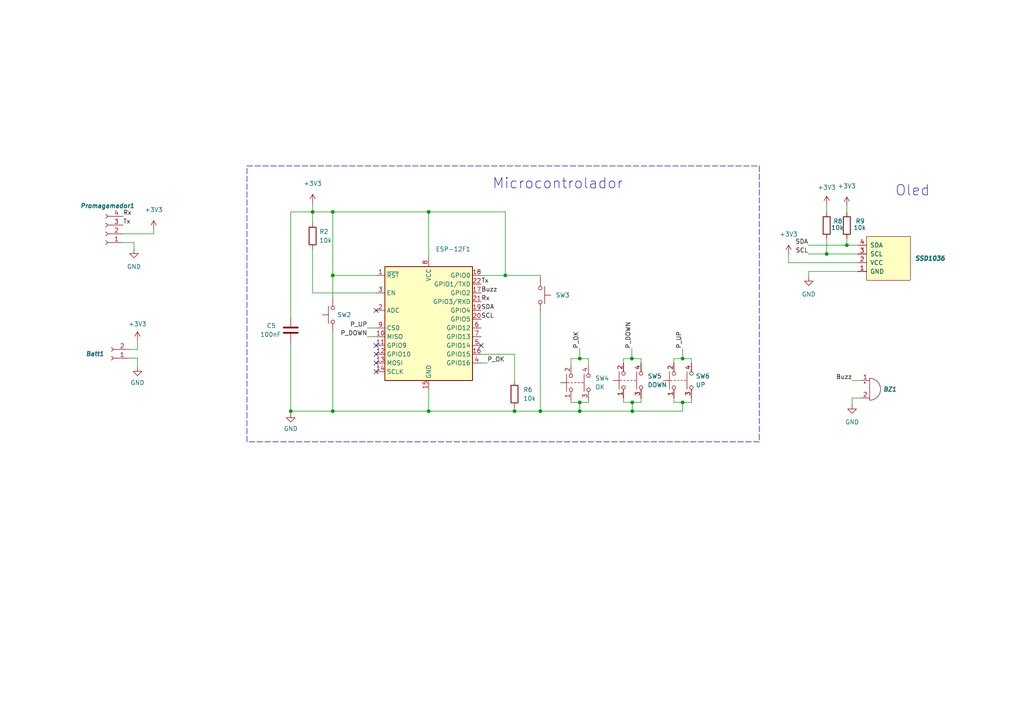
<source format=kicad_sch>
(kicad_sch (version 20211123) (generator eeschema)
  (paper "A4")
  (lib_symbols
    (symbol "Connector:Conn_01x02_Female" (pin_names (offset 1.016) hide)
      (property "Reference" "J" (at 0 2.54 0))
      (property "Value" "Conn_01x02_Female" (at 0 -5.08 0))
      (symbol "Conn_01x02_Female_1_1"
        (arc (start 0 -2.032) (mid -0.508 -2.54) (end 0 -3.048) (stroke (width 0.1524)))
        (polyline (pts (xy -1.27 -2.54) (xy -0.508 -2.54)) (stroke (width 0.1524)))
        (polyline (pts (xy -1.27 0) (xy -0.508 0)) (stroke (width 0.1524)))
        (arc (start 0 0.508) (mid -0.508 0) (end 0 -0.508) (stroke (width 0.1524)))
        (pin passive line (at -5.08 0 0) (length 3.81) (name "Pin_1") (number "1"))
        (pin passive line (at -5.08 -2.54 0) (length 3.81) (name "Pin_2") (number "2"))
      )
    )
    (symbol "Connector:Conn_01x04_Female" (pin_names (offset 1.016) hide)
      (property "Reference" "J" (at 0 5.08 0))
      (property "Value" "Conn_01x04_Female" (at 0 -7.62 0))
      (symbol "Conn_01x04_Female_1_1"
        (arc (start 0 -4.572) (mid -0.508 -5.08) (end 0 -5.588) (stroke (width 0.1524)))
        (arc (start 0 -2.032) (mid -0.508 -2.54) (end 0 -3.048) (stroke (width 0.1524)))
        (polyline (pts (xy -1.27 -5.08) (xy -0.508 -5.08)) (stroke (width 0.1524)))
        (polyline (pts (xy -1.27 -2.54) (xy -0.508 -2.54)) (stroke (width 0.1524)))
        (polyline (pts (xy -1.27 0) (xy -0.508 0)) (stroke (width 0.1524)))
        (polyline (pts (xy -1.27 2.54) (xy -0.508 2.54)) (stroke (width 0.1524)))
        (arc (start 0 0.508) (mid -0.508 0) (end 0 -0.508) (stroke (width 0.1524)))
        (arc (start 0 3.048) (mid -0.508 2.54) (end 0 2.032) (stroke (width 0.1524)))
        (pin passive line (at -5.08 2.54 0) (length 3.81) (name "Pin_1") (number "1"))
        (pin passive line (at -5.08 0 0) (length 3.81) (name "Pin_2") (number "2"))
        (pin passive line (at -5.08 -2.54 0) (length 3.81) (name "Pin_3") (number "3"))
        (pin passive line (at -5.08 -5.08 0) (length 3.81) (name "Pin_4") (number "4"))
      )
    )
    (symbol "Device:Buzzer" (pin_names (offset 0.0254) hide)
      (property "Reference" "BZ" (at 3.81 1.27 0))
      (property "Value" "Buzzer" (at 3.81 -1.27 0))
      (symbol "Buzzer_0_1"
        (arc (start 0 -3.175) (mid 3.175 0) (end 0 3.175))
        (polyline (pts (xy -1.651 1.905) (xy -1.143 1.905)))
        (polyline (pts (xy -1.397 2.159) (xy -1.397 1.651)))
        (polyline (pts (xy 0 3.175) (xy 0 -3.175)))
      )
      (symbol "Buzzer_1_1"
        (pin passive line (at -2.54 2.54 0) (length 2.54) (name "-") (number "1"))
        (pin passive line (at -2.54 -2.54 0) (length 2.54) (name "+") (number "2"))
      )
    )
    (symbol "Device:C" (pin_numbers hide) (pin_names (offset 0.254))
      (property "Reference" "C" (at 0.635 2.54 0))
      (property "Value" "C" (at 0.635 -2.54 0))
      (symbol "C_0_1"
        (polyline (pts (xy -2.032 -0.762) (xy 2.032 -0.762)) (stroke (width 0.508)))
        (polyline (pts (xy -2.032 0.762) (xy 2.032 0.762)) (stroke (width 0.508)))
      )
      (symbol "C_1_1"
        (pin passive line (at 0 3.81 270) (length 2.794) (name "~") (number "1"))
        (pin passive line (at 0 -3.81 90) (length 2.794) (name "~") (number "2"))
      )
    )
    (symbol "Device:R" (pin_numbers hide) (pin_names (offset 0))
      (property "Reference" "R" (at 2.032 0 90))
      (property "Value" "R" (at 0 0 90))
      (symbol "R_0_1"
        (rectangle (start -1.016 -2.54) (end 1.016 2.54) (stroke (width 0.254)))
      )
      (symbol "R_1_1"
        (pin passive line (at 0 3.81 270) (length 1.27) (name "~") (number "1"))
        (pin passive line (at 0 -3.81 90) (length 1.27) (name "~") (number "2"))
      )
    )
    (symbol "EESTN5:SSD1306-SSD1306-128x64_OLED" (pin_names (offset 1.016))
      (property "Reference" "Display" (at 0 -3.81 0))
      (symbol "SSD1306-SSD1306-128x64_OLED_0_1"
        (rectangle (start -6.35 6.35) (end 6.35 -6.35) (fill (type background)))
      )
      (symbol "SSD1306-SSD1306-128x64_OLED_1_1"
        (pin input line (at -3.81 8.89 270) (length 2.54) (name "GND") (number "1"))
        (pin input line (at -1.27 8.89 270) (length 2.54) (name "VCC") (number "2"))
        (pin input line (at 1.27 8.89 270) (length 2.54) (name "SCL") (number "3"))
        (pin input line (at 3.81 8.89 270) (length 2.54) (name "SDA") (number "4"))
      )
    )
    (symbol "EESTN5:SW_Push" (pin_numbers hide) (pin_names (offset 1.016) hide)
      (property "Reference" "SW" (at 1.27 2.54 0))
      (symbol "SW_Push_0_1"
        (circle (center -2.032 0) (radius 0.508))
        (polyline (pts (xy 0 1.27) (xy 0 3.048)))
        (polyline (pts (xy 2.54 1.27) (xy -2.54 1.27)))
        (circle (center 2.032 0) (radius 0.508))
        (pin passive line (at -5.08 0 0) (length 2.54) (name "1") (number "1"))
        (pin passive line (at 5.08 0 180) (length 2.54) (name "2") (number "2"))
      )
    )
    (symbol "RF_Module:ESP-12F"
      (property "Reference" "U" (at -12.7 19.05 0))
      (property "Value" "ESP-12F" (at 12.7 19.05 0))
      (symbol "ESP-12F_0_1"
        (rectangle (start -12.7 17.78) (end 12.7 -15.24) (stroke (width 0.254)) (fill (type background)))
      )
      (symbol "ESP-12F_1_1"
        (pin input line (at -15.24 15.24 0) (length 2.54) (name "~{RST}") (number "1"))
        (pin bidirectional line (at -15.24 -2.54 0) (length 2.54) (name "MISO") (number "10"))
        (pin bidirectional line (at -15.24 -5.08 0) (length 2.54) (name "GPIO9") (number "11"))
        (pin bidirectional line (at -15.24 -7.62 0) (length 2.54) (name "GPIO10") (number "12"))
        (pin bidirectional line (at -15.24 -10.16 0) (length 2.54) (name "MOSI") (number "13"))
        (pin bidirectional line (at -15.24 -12.7 0) (length 2.54) (name "SCLK") (number "14"))
        (pin power_in line (at 0 -17.78 90) (length 2.54) (name "GND") (number "15"))
        (pin bidirectional line (at 15.24 -7.62 180) (length 2.54) (name "GPIO15") (number "16"))
        (pin bidirectional line (at 15.24 10.16 180) (length 2.54) (name "GPIO2") (number "17"))
        (pin bidirectional line (at 15.24 15.24 180) (length 2.54) (name "GPIO0") (number "18"))
        (pin bidirectional line (at 15.24 5.08 180) (length 2.54) (name "GPIO4") (number "19"))
        (pin input line (at -15.24 5.08 0) (length 2.54) (name "ADC") (number "2"))
        (pin bidirectional line (at 15.24 2.54 180) (length 2.54) (name "GPIO5") (number "20"))
        (pin bidirectional line (at 15.24 7.62 180) (length 2.54) (name "GPIO3/RXD") (number "21"))
        (pin bidirectional line (at 15.24 12.7 180) (length 2.54) (name "GPIO1/TXD") (number "22"))
        (pin input line (at -15.24 10.16 0) (length 2.54) (name "EN") (number "3"))
        (pin bidirectional line (at 15.24 -10.16 180) (length 2.54) (name "GPIO16") (number "4"))
        (pin bidirectional line (at 15.24 -5.08 180) (length 2.54) (name "GPIO14") (number "5"))
        (pin bidirectional line (at 15.24 0 180) (length 2.54) (name "GPIO12") (number "6"))
        (pin bidirectional line (at 15.24 -2.54 180) (length 2.54) (name "GPIO13") (number "7"))
        (pin power_in line (at 0 20.32 270) (length 2.54) (name "VCC") (number "8"))
        (pin input line (at -15.24 0 0) (length 2.54) (name "CS0") (number "9"))
      )
    )
    (symbol "Switch:SW_Push_Dual" (pin_names (offset 1.016) hide)
      (property "Reference" "SW" (at 1.27 2.54 0))
      (property "Value" "SW_Push_Dual" (at 0 -6.858 0))
      (symbol "SW_Push_Dual_0_1"
        (circle (center -2.032 -5.08) (radius 0.508))
        (circle (center -2.032 0) (radius 0.508))
        (polyline (pts (xy 0 -3.048) (xy 0 -3.556)))
        (polyline (pts (xy 0 -2.032) (xy 0 -2.54)))
        (polyline (pts (xy 0 -1.524) (xy 0 -1.016)))
        (polyline (pts (xy 0 -0.508) (xy 0 0)))
        (polyline (pts (xy 0 0.508) (xy 0 1.016)))
        (polyline (pts (xy 0 1.27) (xy 0 3.048)))
        (polyline (pts (xy 2.54 -3.81) (xy -2.54 -3.81)))
        (polyline (pts (xy 2.54 1.27) (xy -2.54 1.27)))
        (circle (center 2.032 -5.08) (radius 0.508))
        (circle (center 2.032 0) (radius 0.508))
        (pin passive line (at -5.08 0 0) (length 2.54) (name "1") (number "1"))
        (pin passive line (at 5.08 0 180) (length 2.54) (name "2") (number "2"))
        (pin passive line (at -5.08 -5.08 0) (length 2.54) (name "3") (number "3"))
        (pin passive line (at 5.08 -5.08 180) (length 2.54) (name "4") (number "4"))
      )
    )
    (symbol "power:+3.3V" (power) (pin_names (offset 0))
      (property "Value" "+3.3V" (at 0 3.556 0))
      (symbol "+3.3V_0_1"
        (polyline (pts (xy -0.762 1.27) (xy 0 2.54)))
        (polyline (pts (xy 0 0) (xy 0 2.54)))
        (polyline (pts (xy 0 2.54) (xy 0.762 1.27)))
      )
      (symbol "+3.3V_1_1"
        (pin power_in line (at 0 0 90) (length 0) hide (name "+3V3") (number "1"))
      )
    )
    (symbol "power:GND" (power) (pin_names (offset 0))
      (property "Value" "GND" (at 0 -3.81 0))
      (symbol "GND_0_1"
        (polyline (pts (xy 0 0) (xy 0 -1.27) (xy 1.27 -1.27) (xy 0 -2.54) (xy -1.27 -1.27) (xy 0 -1.27)))
      )
      (symbol "GND_1_1"
        (pin power_in line (at 0 0 270) (length 0) hide (name "GND") (number "1"))
      )
    )
  )
  (junction (at 96.52 61.468))
  (junction (at 96.52 79.883))
  (junction (at 183.261 104.013))
  (junction (at 90.678 61.468))
  (junction (at 183.388 116.713))
  (junction (at 245.618 71.12))
  (junction (at 149.225 119.253))
  (junction (at 146.558 79.883))
  (junction (at 156.718 119.253))
  (junction (at 168.148 116.713))
  (junction (at 183.388 119.253))
  (junction (at 168.148 119.253))
  (junction (at 197.993 104.013))
  (junction (at 197.993 116.713))
  (junction (at 124.333 61.468))
  (junction (at 124.333 119.253))
  (junction (at 168.148 104.013))
  (junction (at 96.52 119.253))
  (junction (at 239.776 73.66))
  (junction (at 84.328 119.253))
  (no_connect (at 109.093 107.823))
  (no_connect (at 139.573 100.203))
  (no_connect (at 109.093 90.043))
  (no_connect (at 109.093 102.743))
  (no_connect (at 109.093 100.203))
  (no_connect (at 109.093 105.283))
  (wire (pts (xy 234.569 78.74) (xy 234.569 80.264)))
  (wire (pts (xy 180.848 105.283) (xy 180.848 104.013)))
  (wire (pts (xy 180.848 116.713) (xy 180.848 115.443)))
  (wire (pts (xy 234.442 73.66) (xy 239.776 73.66)))
  (wire (pts (xy 84.328 119.253) (xy 84.328 119.888)))
  (wire (pts (xy 96.52 79.883) (xy 96.52 86.233)))
  (wire (pts (xy 90.678 61.468) (xy 96.52 61.468)))
  (wire (pts (xy 170.688 104.013) (xy 170.688 105.918)))
  (wire (pts (xy 37.338 103.886) (xy 39.878 103.886)))
  (wire (pts (xy 96.52 61.468) (xy 124.333 61.468)))
  (wire (pts (xy 228.727 76.2) (xy 228.727 73.66)))
  (wire (pts (xy 84.328 99.568) (xy 84.328 119.253)))
  (wire (pts (xy 90.678 58.928) (xy 90.678 61.468)))
  (wire (pts (xy 195.453 115.443) (xy 195.453 116.713)))
  (wire (pts (xy 197.993 101.092) (xy 197.993 104.013)))
  (wire (pts (xy 183.388 119.253) (xy 183.388 116.713)))
  (wire (pts (xy 84.328 61.468) (xy 90.678 61.468)))
  (wire (pts (xy 168.148 104.013) (xy 170.688 104.013)))
  (wire (pts (xy 156.718 90.678) (xy 156.718 119.253)))
  (wire (pts (xy 96.52 61.468) (xy 96.52 79.883)))
  (wire (pts (xy 149.225 102.743) (xy 149.225 110.49)))
  (wire (pts (xy 44.577 67.818) (xy 44.577 66.548)))
  (wire (pts (xy 245.618 59.69) (xy 245.618 61.595)))
  (wire (pts (xy 185.928 115.443) (xy 185.928 116.713)))
  (wire (pts (xy 234.442 71.12) (xy 245.618 71.12)))
  (wire (pts (xy 35.687 70.358) (xy 38.862 70.358)))
  (wire (pts (xy 239.776 69.215) (xy 239.776 73.66)))
  (wire (pts (xy 185.928 116.713) (xy 183.388 116.713)))
  (wire (pts (xy 90.678 61.468) (xy 90.678 64.643)))
  (wire (pts (xy 39.878 103.886) (xy 39.878 106.426)))
  (wire (pts (xy 248.793 78.74) (xy 234.569 78.74)))
  (wire (pts (xy 200.533 115.443) (xy 200.533 116.713)))
  (wire (pts (xy 106.553 95.123) (xy 109.093 95.123)))
  (wire (pts (xy 197.993 104.013) (xy 200.533 104.013)))
  (wire (pts (xy 245.618 69.215) (xy 245.618 71.12)))
  (polyline (pts (xy 71.628 48.133) (xy 220.218 48.133)))
  (wire (pts (xy 156.718 79.883) (xy 156.718 80.518)))
  (wire (pts (xy 90.678 84.963) (xy 109.093 84.963)))
  (wire (pts (xy 90.678 72.263) (xy 90.678 84.963)))
  (wire (pts (xy 84.328 119.253) (xy 96.52 119.253)))
  (wire (pts (xy 239.776 59.436) (xy 239.776 61.595)))
  (wire (pts (xy 96.52 79.883) (xy 109.093 79.883)))
  (wire (pts (xy 38.862 70.358) (xy 38.862 72.263)))
  (wire (pts (xy 124.333 61.468) (xy 124.333 74.803)))
  (wire (pts (xy 165.608 105.918) (xy 165.608 104.013)))
  (wire (pts (xy 84.328 91.948) (xy 84.328 61.468)))
  (wire (pts (xy 149.225 118.11) (xy 149.225 119.253)))
  (wire (pts (xy 247.142 115.443) (xy 247.142 117.348)))
  (wire (pts (xy 239.776 73.66) (xy 248.793 73.66)))
  (wire (pts (xy 168.148 101.092) (xy 168.148 104.013)))
  (wire (pts (xy 170.688 116.078) (xy 170.688 116.713)))
  (wire (pts (xy 96.52 119.253) (xy 124.333 119.253)))
  (wire (pts (xy 200.533 116.713) (xy 197.993 116.713)))
  (wire (pts (xy 124.333 112.903) (xy 124.333 119.253)))
  (wire (pts (xy 156.718 119.253) (xy 168.148 119.253)))
  (wire (pts (xy 139.573 102.743) (xy 149.225 102.743)))
  (wire (pts (xy 165.608 116.713) (xy 165.608 116.078)))
  (wire (pts (xy 180.848 104.013) (xy 183.261 104.013)))
  (wire (pts (xy 139.573 105.283) (xy 141.351 105.283)))
  (wire (pts (xy 168.148 119.253) (xy 168.148 116.713)))
  (wire (pts (xy 124.333 119.253) (xy 149.225 119.253)))
  (polyline (pts (xy 71.628 128.143) (xy 71.628 48.133)))
  (wire (pts (xy 183.388 116.713) (xy 180.848 116.713)))
  (wire (pts (xy 35.687 67.818) (xy 44.577 67.818)))
  (wire (pts (xy 39.878 98.806) (xy 39.878 101.346)))
  (wire (pts (xy 170.688 116.713) (xy 168.148 116.713)))
  (wire (pts (xy 168.148 119.253) (xy 183.388 119.253)))
  (wire (pts (xy 185.928 104.013) (xy 185.928 105.283)))
  (polyline (pts (xy 220.218 128.143) (xy 71.628 128.143)))
  (wire (pts (xy 228.727 76.2) (xy 248.793 76.2)))
  (wire (pts (xy 197.993 119.253) (xy 197.993 116.713)))
  (wire (pts (xy 124.333 61.468) (xy 146.558 61.468)))
  (wire (pts (xy 139.573 79.883) (xy 146.558 79.883)))
  (wire (pts (xy 245.618 71.12) (xy 248.793 71.12)))
  (wire (pts (xy 183.261 104.013) (xy 185.928 104.013)))
  (wire (pts (xy 195.453 116.713) (xy 197.993 116.713)))
  (wire (pts (xy 146.558 61.468) (xy 146.558 79.883)))
  (wire (pts (xy 165.608 104.013) (xy 168.148 104.013)))
  (wire (pts (xy 247.142 110.363) (xy 249.682 110.363)))
  (wire (pts (xy 149.225 119.253) (xy 156.718 119.253)))
  (wire (pts (xy 195.453 104.013) (xy 197.993 104.013)))
  (wire (pts (xy 168.148 116.713) (xy 165.608 116.713)))
  (wire (pts (xy 183.261 101.092) (xy 183.261 104.013)))
  (wire (pts (xy 249.682 115.443) (xy 247.142 115.443)))
  (wire (pts (xy 183.388 119.253) (xy 197.993 119.253)))
  (wire (pts (xy 96.52 96.393) (xy 96.52 119.253)))
  (wire (pts (xy 39.878 101.346) (xy 37.338 101.346)))
  (wire (pts (xy 200.533 105.283) (xy 200.533 104.013)))
  (polyline (pts (xy 220.218 48.133) (xy 220.218 128.143)))
  (wire (pts (xy 106.553 97.663) (xy 109.093 97.663)))
  (wire (pts (xy 195.453 104.013) (xy 195.453 105.283)))
  (wire (pts (xy 146.558 79.883) (xy 156.718 79.883)))
  (text "Oled" (at 259.588 57.15 0) (effects (font (size 3 3)) (justify left bottom)))
  (text "Microcontrolador\n" (at 142.748 55.118 0) (effects (font (size 3 3)) (justify left bottom)))
  (label "Rx" (at 35.687 62.738 0))
  (label "P_OK" (at 141.351 105.283 0))
  (label "Rx" (at 139.573 87.503 0))
  (label "P_UP" (at 197.993 101.092 90))
  (label "P_DOWN" (at 183.261 101.092 90))
  (label "Buzz" (at 139.573 84.963 0))
  (label "Tx" (at 139.573 82.423 0))
  (label "SDA" (at 234.442 71.12 180))
  (label "P_OK" (at 168.148 101.092 90))
  (label "Tx" (at 35.687 65.278 0))
  (label "SCL" (at 139.573 92.583 0))
  (label "SDA" (at 139.573 90.043 0))
  (label "P_UP" (at 106.553 95.123 180))
  (label "Buzz" (at 247.142 110.363 180))
  (label "P_DOWN" (at 106.553 97.663 180))
  (label "SCL" (at 234.442 73.66 180))
  (symbol (lib_id "power:+3.3V") (at 239.776 59.436 0) (unit 1)
    (property "Reference" "#PWR0113" (effects hide))
    (property "Value" "+3.3V" (at 239.776 54.356 0))
  )
  (symbol (lib_id "Connector:Conn_01x02_Female") (at 32.258 103.886 180) (unit 1)
    (property "Reference" "Batt1" (at 30.353 102.6161 0) (effects (font bold italic) (justify left)))
    (property "Value" "Conn_01x02_Female" (effects hide))
    (property "Footprint" "EESTN5:Pin_Header_2" (effects hide))
  )
  (symbol (lib_id "power:+3.3V") (at 228.727 73.66 0) (unit 1)
    (property "Reference" "#PWR0108" (effects hide))
    (property "Value" "+3.3V" (at 228.727 67.945 0))
  )
  (symbol (lib_id "power:GND") (at 247.142 117.348 0) (unit 1)
    (property "Reference" "#PWR0103" (effects hide))
    (property "Value" "GND" (at 247.142 122.428 0))
  )
  (symbol (lib_id "EESTN5:SW_Push") (at 156.718 85.598 270) (unit 1)
    (property "Reference" "SW3" (at 161.163 85.5979 90) (effects (justify left)))
    (property "Value" "SW_Push" (effects hide))
    (property "Footprint" "Button_Switch_SMD:SW_Push_1P1T_NO_CK_KMR2" (effects hide))
  )
  (symbol (lib_id "EESTN5:SSD1306-SSD1306-128x64_OLED") (at 257.683 74.93 90) (unit 1)
    (property "Reference" "SSD1036" (at 265.43 74.9299 90) (effects (font bold italic) (justify right)))
    (property "Value" "SSD1306-SSD1306-128x64_OLED" (effects hide))
    (property "Footprint" "EESTN5:pin_strip_4" (effects hide))
  )
  (symbol (lib_id "Device:C") (at 84.328 95.758 0) (unit 1)
    (property "Reference" "C5" (at 77.343 94.488 0) (effects (justify left)))
    (property "Value" "100nF" (at 75.438 97.028 0) (effects (justify left)))
    (property "Footprint" "EESTN5:CAP_0.1" (effects hide))
  )
  (symbol (lib_id "Switch:SW_Push_Dual") (at 195.453 110.363 90) (unit 1)
    (property "Reference" "SW6" (at 201.803 109.0929 90) (effects (justify right)))
    (property "Value" "UP" (at 201.803 111.6329 90) (effects (justify right)))
    (property "Footprint" "Button_Switch_SMD:SW_SPST_TL3342" (effects hide))
  )
  (symbol (lib_id "power:GND") (at 84.328 119.888 0) (unit 1)
    (property "Reference" "#PWR0101" (effects hide))
    (property "Value" "GND" (at 84.328 124.333 0))
  )
  (symbol (lib_id "power:+3.3V") (at 245.618 59.69 0) (unit 1)
    (property "Reference" "#PWR0114" (effects hide))
    (property "Value" "+3.3V" (at 245.618 53.975 0))
  )
  (symbol (lib_id "Switch:SW_Push_Dual") (at 180.848 110.363 90) (unit 1)
    (property "Reference" "SW5" (at 187.833 109.0929 90) (effects (justify right)))
    (property "Value" "DOWN" (at 187.833 111.6329 90) (effects (justify right)))
    (property "Footprint" "Button_Switch_SMD:SW_SPST_TL3342" (effects hide))
  )
  (symbol (lib_id "EESTN5:SW_Push") (at 96.52 91.313 90) (unit 1)
    (property "Reference" "SW2" (at 97.79 91.3129 90) (effects (justify right)))
    (property "Value" "SW_Push" (effects hide))
    (property "Footprint" "Button_Switch_SMD:SW_Push_1P1T_NO_CK_KMR2" (effects hide))
  )
  (symbol (lib_id "power:+3.3V") (at 90.678 58.928 0) (unit 1)
    (property "Reference" "#PWR0105" (effects hide))
    (property "Value" "+3.3V" (at 90.678 53.213 0))
  )
  (symbol (lib_id "power:GND") (at 39.878 106.426 0) (unit 1)
    (property "Reference" "#PWR0102" (effects hide))
    (property "Value" "GND" (at 39.878 110.998 0))
  )
  (symbol (lib_id "Device:R") (at 149.225 114.3 180) (unit 1)
    (property "Reference" "R6" (at 151.765 113.0299 0) (effects (justify right)))
    (property "Value" "10k" (at 151.765 115.5699 0) (effects (justify right)))
    (property "Footprint" "EESTN5:RES0.3" (effects hide))
  )
  (symbol (lib_id "Connector:Conn_01x04_Female") (at 30.607 67.818 180) (unit 1)
    (property "Reference" "Promagamador1" (at 31.242 59.69 0) (effects (font bold italic)))
    (property "Value" "Conn_01x04_Female" (effects hide))
    (property "Footprint" "EESTN5:pin_strip_4" (effects hide))
  )
  (symbol (lib_id "power:+3.3V") (at 39.878 98.806 0) (unit 1)
    (property "Reference" "#PWR0109" (effects hide))
    (property "Value" "+3.3V" (at 39.878 93.98 0))
  )
  (symbol (lib_id "power:GND") (at 234.569 80.264 0) (unit 1)
    (property "Reference" "#PWR0104" (effects hide))
    (property "Value" "GND" (at 234.569 85.344 0))
  )
  (symbol (lib_id "Device:R") (at 90.678 68.453 0) (unit 1)
    (property "Reference" "R2" (at 92.583 67.1829 0) (effects (justify left)))
    (property "Value" "10k" (at 92.583 69.7229 0) (effects (justify left)))
    (property "Footprint" "EESTN5:RES0.3" (effects hide))
  )
  (symbol (lib_id "power:+3.3V") (at 44.577 66.548 0) (unit 1)
    (property "Reference" "#PWR0107" (effects hide))
    (property "Value" "+3.3V" (at 44.577 60.833 0))
  )
  (symbol (lib_id "Device:R") (at 245.618 65.405 0) (unit 1)
    (property "Reference" "R9" (at 248.158 64.1349 0) (effects (justify left)))
    (property "Value" "10k" (at 247.523 66.04 0) (effects (justify left)))
    (property "Footprint" "EESTN5:RES0.3" (effects hide))
  )
  (symbol (lib_id "RF_Module:ESP-12F") (at 124.333 95.123 0) (unit 1)
    (property "Reference" "ESP-12F1" (at 126.3524 72.263 0) (effects (justify left)))
    (property "Value" "ESP-12F" (effects hide))
    (property "Footprint" "RF_Module:ESP-12E" (effects hide))
    (property "Datasheet" "http://wiki.ai-thinker.com/_media/esp8266/esp8266_series_modules_user_manual_v1.1.pdf" (effects hide))
  )
  (symbol (lib_id "Device:Buzzer") (at 252.222 112.903 0) (unit 1)
    (property "Reference" "BZ1" (at 256.032 112.903 0) (effects (font bold italic) (justify left)))
    (property "Value" "Buzzer" (effects hide))
    (property "Footprint" "Buzzer_Beeper:Buzzer_Murata_PKMCS0909E" (effects hide))
  )
  (symbol (lib_id "Switch:SW_Push_Dual") (at 165.608 110.998 90) (unit 1)
    (property "Reference" "SW4" (at 172.593 109.7279 90) (effects (justify right)))
    (property "Value" "OK" (at 172.593 112.2679 90) (effects (justify right)))
    (property "Footprint" "Button_Switch_SMD:SW_SPST_TL3342" (effects hide))
  )
  (symbol (lib_id "Device:R") (at 239.776 65.405 0) (unit 1)
    (property "Reference" "R8" (at 241.681 64.135 0) (effects (justify left)))
    (property "Value" "10k" (at 241.046 66.04 0) (effects (justify left)))
    (property "Footprint" "EESTN5:RES0.3" (effects hide))
  )
  (symbol (lib_id "power:GND") (at 38.862 72.263 0) (unit 1)
    (property "Reference" "#PWR0106" (effects hide))
    (property "Value" "GND" (at 38.862 77.343 0))
  )
)
</source>
